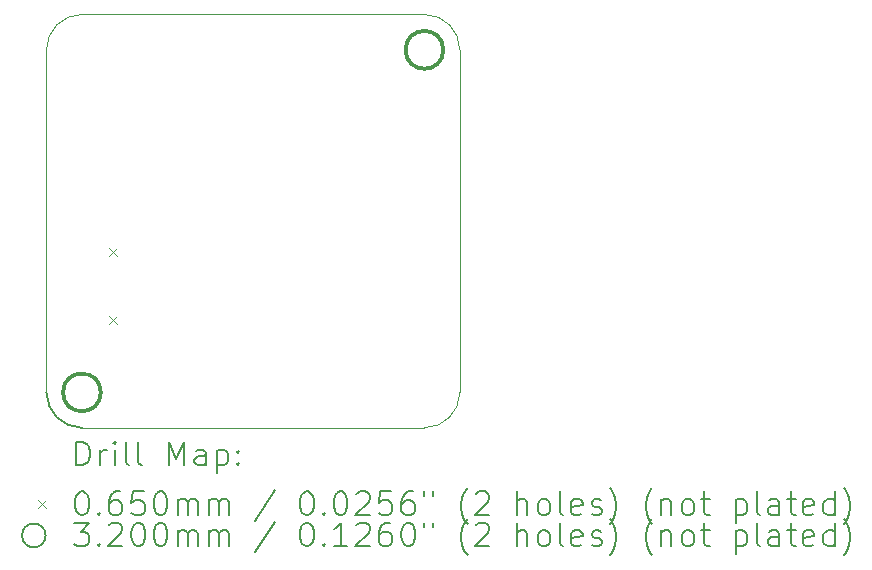
<source format=gbr>
%TF.GenerationSoftware,KiCad,Pcbnew,7.0.7*%
%TF.CreationDate,2024-03-04T03:02:10-08:00*%
%TF.ProjectId,can_magnetic_angle_sensor,63616e5f-6d61-4676-9e65-7469635f616e,rev?*%
%TF.SameCoordinates,Original*%
%TF.FileFunction,Drillmap*%
%TF.FilePolarity,Positive*%
%FSLAX45Y45*%
G04 Gerber Fmt 4.5, Leading zero omitted, Abs format (unit mm)*
G04 Created by KiCad (PCBNEW 7.0.7) date 2024-03-04 03:02:10*
%MOMM*%
%LPD*%
G01*
G04 APERTURE LIST*
%ADD10C,0.100000*%
%ADD11C,0.150000*%
%ADD12C,0.200000*%
%ADD13C,0.065000*%
%ADD14C,0.320000*%
G04 APERTURE END LIST*
D10*
X5500000Y-2300000D02*
X5500000Y-5200000D01*
X5200000Y-5500000D02*
G75*
G03*
X5500000Y-5200000I0J300000D01*
G01*
X2000000Y-2300000D02*
X2000000Y-5200000D01*
X2300000Y-2000000D02*
G75*
G03*
X2000000Y-2300000I0J-300000D01*
G01*
D11*
X2000000Y-5200000D02*
G75*
G03*
X2300000Y-5500000I300000J0D01*
G01*
D10*
X5500000Y-2300000D02*
G75*
G03*
X5200000Y-2000000I-300000J0D01*
G01*
X5200000Y-5500000D02*
X2300000Y-5500000D01*
X5200000Y-2000000D02*
X2300000Y-2000000D01*
D12*
D13*
X2528000Y-3978500D02*
X2593000Y-4043500D01*
X2593000Y-3978500D02*
X2528000Y-4043500D01*
X2528000Y-4556500D02*
X2593000Y-4621500D01*
X2593000Y-4556500D02*
X2528000Y-4621500D01*
D14*
X2460000Y-5200000D02*
G75*
G03*
X2460000Y-5200000I-160000J0D01*
G01*
X5360000Y-2300000D02*
G75*
G03*
X5360000Y-2300000I-160000J0D01*
G01*
D12*
X2253277Y-5818984D02*
X2253277Y-5618984D01*
X2253277Y-5618984D02*
X2300896Y-5618984D01*
X2300896Y-5618984D02*
X2329467Y-5628508D01*
X2329467Y-5628508D02*
X2348515Y-5647555D01*
X2348515Y-5647555D02*
X2358039Y-5666603D01*
X2358039Y-5666603D02*
X2367563Y-5704698D01*
X2367563Y-5704698D02*
X2367563Y-5733269D01*
X2367563Y-5733269D02*
X2358039Y-5771365D01*
X2358039Y-5771365D02*
X2348515Y-5790412D01*
X2348515Y-5790412D02*
X2329467Y-5809460D01*
X2329467Y-5809460D02*
X2300896Y-5818984D01*
X2300896Y-5818984D02*
X2253277Y-5818984D01*
X2453277Y-5818984D02*
X2453277Y-5685650D01*
X2453277Y-5723746D02*
X2462801Y-5704698D01*
X2462801Y-5704698D02*
X2472324Y-5695174D01*
X2472324Y-5695174D02*
X2491372Y-5685650D01*
X2491372Y-5685650D02*
X2510420Y-5685650D01*
X2577086Y-5818984D02*
X2577086Y-5685650D01*
X2577086Y-5618984D02*
X2567563Y-5628508D01*
X2567563Y-5628508D02*
X2577086Y-5638031D01*
X2577086Y-5638031D02*
X2586610Y-5628508D01*
X2586610Y-5628508D02*
X2577086Y-5618984D01*
X2577086Y-5618984D02*
X2577086Y-5638031D01*
X2700896Y-5818984D02*
X2681848Y-5809460D01*
X2681848Y-5809460D02*
X2672324Y-5790412D01*
X2672324Y-5790412D02*
X2672324Y-5618984D01*
X2805658Y-5818984D02*
X2786610Y-5809460D01*
X2786610Y-5809460D02*
X2777086Y-5790412D01*
X2777086Y-5790412D02*
X2777086Y-5618984D01*
X3034229Y-5818984D02*
X3034229Y-5618984D01*
X3034229Y-5618984D02*
X3100896Y-5761841D01*
X3100896Y-5761841D02*
X3167562Y-5618984D01*
X3167562Y-5618984D02*
X3167562Y-5818984D01*
X3348515Y-5818984D02*
X3348515Y-5714222D01*
X3348515Y-5714222D02*
X3338991Y-5695174D01*
X3338991Y-5695174D02*
X3319943Y-5685650D01*
X3319943Y-5685650D02*
X3281848Y-5685650D01*
X3281848Y-5685650D02*
X3262801Y-5695174D01*
X3348515Y-5809460D02*
X3329467Y-5818984D01*
X3329467Y-5818984D02*
X3281848Y-5818984D01*
X3281848Y-5818984D02*
X3262801Y-5809460D01*
X3262801Y-5809460D02*
X3253277Y-5790412D01*
X3253277Y-5790412D02*
X3253277Y-5771365D01*
X3253277Y-5771365D02*
X3262801Y-5752317D01*
X3262801Y-5752317D02*
X3281848Y-5742793D01*
X3281848Y-5742793D02*
X3329467Y-5742793D01*
X3329467Y-5742793D02*
X3348515Y-5733269D01*
X3443753Y-5685650D02*
X3443753Y-5885650D01*
X3443753Y-5695174D02*
X3462801Y-5685650D01*
X3462801Y-5685650D02*
X3500896Y-5685650D01*
X3500896Y-5685650D02*
X3519943Y-5695174D01*
X3519943Y-5695174D02*
X3529467Y-5704698D01*
X3529467Y-5704698D02*
X3538991Y-5723746D01*
X3538991Y-5723746D02*
X3538991Y-5780888D01*
X3538991Y-5780888D02*
X3529467Y-5799936D01*
X3529467Y-5799936D02*
X3519943Y-5809460D01*
X3519943Y-5809460D02*
X3500896Y-5818984D01*
X3500896Y-5818984D02*
X3462801Y-5818984D01*
X3462801Y-5818984D02*
X3443753Y-5809460D01*
X3624705Y-5799936D02*
X3634229Y-5809460D01*
X3634229Y-5809460D02*
X3624705Y-5818984D01*
X3624705Y-5818984D02*
X3615182Y-5809460D01*
X3615182Y-5809460D02*
X3624705Y-5799936D01*
X3624705Y-5799936D02*
X3624705Y-5818984D01*
X3624705Y-5695174D02*
X3634229Y-5704698D01*
X3634229Y-5704698D02*
X3624705Y-5714222D01*
X3624705Y-5714222D02*
X3615182Y-5704698D01*
X3615182Y-5704698D02*
X3624705Y-5695174D01*
X3624705Y-5695174D02*
X3624705Y-5714222D01*
D13*
X1927500Y-6115000D02*
X1992500Y-6180000D01*
X1992500Y-6115000D02*
X1927500Y-6180000D01*
D12*
X2291372Y-6038984D02*
X2310420Y-6038984D01*
X2310420Y-6038984D02*
X2329467Y-6048508D01*
X2329467Y-6048508D02*
X2338991Y-6058031D01*
X2338991Y-6058031D02*
X2348515Y-6077079D01*
X2348515Y-6077079D02*
X2358039Y-6115174D01*
X2358039Y-6115174D02*
X2358039Y-6162793D01*
X2358039Y-6162793D02*
X2348515Y-6200888D01*
X2348515Y-6200888D02*
X2338991Y-6219936D01*
X2338991Y-6219936D02*
X2329467Y-6229460D01*
X2329467Y-6229460D02*
X2310420Y-6238984D01*
X2310420Y-6238984D02*
X2291372Y-6238984D01*
X2291372Y-6238984D02*
X2272324Y-6229460D01*
X2272324Y-6229460D02*
X2262801Y-6219936D01*
X2262801Y-6219936D02*
X2253277Y-6200888D01*
X2253277Y-6200888D02*
X2243753Y-6162793D01*
X2243753Y-6162793D02*
X2243753Y-6115174D01*
X2243753Y-6115174D02*
X2253277Y-6077079D01*
X2253277Y-6077079D02*
X2262801Y-6058031D01*
X2262801Y-6058031D02*
X2272324Y-6048508D01*
X2272324Y-6048508D02*
X2291372Y-6038984D01*
X2443753Y-6219936D02*
X2453277Y-6229460D01*
X2453277Y-6229460D02*
X2443753Y-6238984D01*
X2443753Y-6238984D02*
X2434229Y-6229460D01*
X2434229Y-6229460D02*
X2443753Y-6219936D01*
X2443753Y-6219936D02*
X2443753Y-6238984D01*
X2624705Y-6038984D02*
X2586610Y-6038984D01*
X2586610Y-6038984D02*
X2567563Y-6048508D01*
X2567563Y-6048508D02*
X2558039Y-6058031D01*
X2558039Y-6058031D02*
X2538991Y-6086603D01*
X2538991Y-6086603D02*
X2529467Y-6124698D01*
X2529467Y-6124698D02*
X2529467Y-6200888D01*
X2529467Y-6200888D02*
X2538991Y-6219936D01*
X2538991Y-6219936D02*
X2548515Y-6229460D01*
X2548515Y-6229460D02*
X2567563Y-6238984D01*
X2567563Y-6238984D02*
X2605658Y-6238984D01*
X2605658Y-6238984D02*
X2624705Y-6229460D01*
X2624705Y-6229460D02*
X2634229Y-6219936D01*
X2634229Y-6219936D02*
X2643753Y-6200888D01*
X2643753Y-6200888D02*
X2643753Y-6153269D01*
X2643753Y-6153269D02*
X2634229Y-6134222D01*
X2634229Y-6134222D02*
X2624705Y-6124698D01*
X2624705Y-6124698D02*
X2605658Y-6115174D01*
X2605658Y-6115174D02*
X2567563Y-6115174D01*
X2567563Y-6115174D02*
X2548515Y-6124698D01*
X2548515Y-6124698D02*
X2538991Y-6134222D01*
X2538991Y-6134222D02*
X2529467Y-6153269D01*
X2824705Y-6038984D02*
X2729467Y-6038984D01*
X2729467Y-6038984D02*
X2719944Y-6134222D01*
X2719944Y-6134222D02*
X2729467Y-6124698D01*
X2729467Y-6124698D02*
X2748515Y-6115174D01*
X2748515Y-6115174D02*
X2796134Y-6115174D01*
X2796134Y-6115174D02*
X2815182Y-6124698D01*
X2815182Y-6124698D02*
X2824705Y-6134222D01*
X2824705Y-6134222D02*
X2834229Y-6153269D01*
X2834229Y-6153269D02*
X2834229Y-6200888D01*
X2834229Y-6200888D02*
X2824705Y-6219936D01*
X2824705Y-6219936D02*
X2815182Y-6229460D01*
X2815182Y-6229460D02*
X2796134Y-6238984D01*
X2796134Y-6238984D02*
X2748515Y-6238984D01*
X2748515Y-6238984D02*
X2729467Y-6229460D01*
X2729467Y-6229460D02*
X2719944Y-6219936D01*
X2958039Y-6038984D02*
X2977086Y-6038984D01*
X2977086Y-6038984D02*
X2996134Y-6048508D01*
X2996134Y-6048508D02*
X3005658Y-6058031D01*
X3005658Y-6058031D02*
X3015182Y-6077079D01*
X3015182Y-6077079D02*
X3024705Y-6115174D01*
X3024705Y-6115174D02*
X3024705Y-6162793D01*
X3024705Y-6162793D02*
X3015182Y-6200888D01*
X3015182Y-6200888D02*
X3005658Y-6219936D01*
X3005658Y-6219936D02*
X2996134Y-6229460D01*
X2996134Y-6229460D02*
X2977086Y-6238984D01*
X2977086Y-6238984D02*
X2958039Y-6238984D01*
X2958039Y-6238984D02*
X2938991Y-6229460D01*
X2938991Y-6229460D02*
X2929467Y-6219936D01*
X2929467Y-6219936D02*
X2919943Y-6200888D01*
X2919943Y-6200888D02*
X2910420Y-6162793D01*
X2910420Y-6162793D02*
X2910420Y-6115174D01*
X2910420Y-6115174D02*
X2919943Y-6077079D01*
X2919943Y-6077079D02*
X2929467Y-6058031D01*
X2929467Y-6058031D02*
X2938991Y-6048508D01*
X2938991Y-6048508D02*
X2958039Y-6038984D01*
X3110420Y-6238984D02*
X3110420Y-6105650D01*
X3110420Y-6124698D02*
X3119943Y-6115174D01*
X3119943Y-6115174D02*
X3138991Y-6105650D01*
X3138991Y-6105650D02*
X3167563Y-6105650D01*
X3167563Y-6105650D02*
X3186610Y-6115174D01*
X3186610Y-6115174D02*
X3196134Y-6134222D01*
X3196134Y-6134222D02*
X3196134Y-6238984D01*
X3196134Y-6134222D02*
X3205658Y-6115174D01*
X3205658Y-6115174D02*
X3224705Y-6105650D01*
X3224705Y-6105650D02*
X3253277Y-6105650D01*
X3253277Y-6105650D02*
X3272324Y-6115174D01*
X3272324Y-6115174D02*
X3281848Y-6134222D01*
X3281848Y-6134222D02*
X3281848Y-6238984D01*
X3377086Y-6238984D02*
X3377086Y-6105650D01*
X3377086Y-6124698D02*
X3386610Y-6115174D01*
X3386610Y-6115174D02*
X3405658Y-6105650D01*
X3405658Y-6105650D02*
X3434229Y-6105650D01*
X3434229Y-6105650D02*
X3453277Y-6115174D01*
X3453277Y-6115174D02*
X3462801Y-6134222D01*
X3462801Y-6134222D02*
X3462801Y-6238984D01*
X3462801Y-6134222D02*
X3472324Y-6115174D01*
X3472324Y-6115174D02*
X3491372Y-6105650D01*
X3491372Y-6105650D02*
X3519943Y-6105650D01*
X3519943Y-6105650D02*
X3538991Y-6115174D01*
X3538991Y-6115174D02*
X3548515Y-6134222D01*
X3548515Y-6134222D02*
X3548515Y-6238984D01*
X3938991Y-6029460D02*
X3767563Y-6286603D01*
X4196134Y-6038984D02*
X4215182Y-6038984D01*
X4215182Y-6038984D02*
X4234229Y-6048508D01*
X4234229Y-6048508D02*
X4243753Y-6058031D01*
X4243753Y-6058031D02*
X4253277Y-6077079D01*
X4253277Y-6077079D02*
X4262801Y-6115174D01*
X4262801Y-6115174D02*
X4262801Y-6162793D01*
X4262801Y-6162793D02*
X4253277Y-6200888D01*
X4253277Y-6200888D02*
X4243753Y-6219936D01*
X4243753Y-6219936D02*
X4234229Y-6229460D01*
X4234229Y-6229460D02*
X4215182Y-6238984D01*
X4215182Y-6238984D02*
X4196134Y-6238984D01*
X4196134Y-6238984D02*
X4177086Y-6229460D01*
X4177086Y-6229460D02*
X4167563Y-6219936D01*
X4167563Y-6219936D02*
X4158039Y-6200888D01*
X4158039Y-6200888D02*
X4148515Y-6162793D01*
X4148515Y-6162793D02*
X4148515Y-6115174D01*
X4148515Y-6115174D02*
X4158039Y-6077079D01*
X4158039Y-6077079D02*
X4167563Y-6058031D01*
X4167563Y-6058031D02*
X4177086Y-6048508D01*
X4177086Y-6048508D02*
X4196134Y-6038984D01*
X4348515Y-6219936D02*
X4358039Y-6229460D01*
X4358039Y-6229460D02*
X4348515Y-6238984D01*
X4348515Y-6238984D02*
X4338991Y-6229460D01*
X4338991Y-6229460D02*
X4348515Y-6219936D01*
X4348515Y-6219936D02*
X4348515Y-6238984D01*
X4481848Y-6038984D02*
X4500896Y-6038984D01*
X4500896Y-6038984D02*
X4519944Y-6048508D01*
X4519944Y-6048508D02*
X4529468Y-6058031D01*
X4529468Y-6058031D02*
X4538991Y-6077079D01*
X4538991Y-6077079D02*
X4548515Y-6115174D01*
X4548515Y-6115174D02*
X4548515Y-6162793D01*
X4548515Y-6162793D02*
X4538991Y-6200888D01*
X4538991Y-6200888D02*
X4529468Y-6219936D01*
X4529468Y-6219936D02*
X4519944Y-6229460D01*
X4519944Y-6229460D02*
X4500896Y-6238984D01*
X4500896Y-6238984D02*
X4481848Y-6238984D01*
X4481848Y-6238984D02*
X4462801Y-6229460D01*
X4462801Y-6229460D02*
X4453277Y-6219936D01*
X4453277Y-6219936D02*
X4443753Y-6200888D01*
X4443753Y-6200888D02*
X4434229Y-6162793D01*
X4434229Y-6162793D02*
X4434229Y-6115174D01*
X4434229Y-6115174D02*
X4443753Y-6077079D01*
X4443753Y-6077079D02*
X4453277Y-6058031D01*
X4453277Y-6058031D02*
X4462801Y-6048508D01*
X4462801Y-6048508D02*
X4481848Y-6038984D01*
X4624706Y-6058031D02*
X4634229Y-6048508D01*
X4634229Y-6048508D02*
X4653277Y-6038984D01*
X4653277Y-6038984D02*
X4700896Y-6038984D01*
X4700896Y-6038984D02*
X4719944Y-6048508D01*
X4719944Y-6048508D02*
X4729468Y-6058031D01*
X4729468Y-6058031D02*
X4738991Y-6077079D01*
X4738991Y-6077079D02*
X4738991Y-6096127D01*
X4738991Y-6096127D02*
X4729468Y-6124698D01*
X4729468Y-6124698D02*
X4615182Y-6238984D01*
X4615182Y-6238984D02*
X4738991Y-6238984D01*
X4919944Y-6038984D02*
X4824706Y-6038984D01*
X4824706Y-6038984D02*
X4815182Y-6134222D01*
X4815182Y-6134222D02*
X4824706Y-6124698D01*
X4824706Y-6124698D02*
X4843753Y-6115174D01*
X4843753Y-6115174D02*
X4891372Y-6115174D01*
X4891372Y-6115174D02*
X4910420Y-6124698D01*
X4910420Y-6124698D02*
X4919944Y-6134222D01*
X4919944Y-6134222D02*
X4929468Y-6153269D01*
X4929468Y-6153269D02*
X4929468Y-6200888D01*
X4929468Y-6200888D02*
X4919944Y-6219936D01*
X4919944Y-6219936D02*
X4910420Y-6229460D01*
X4910420Y-6229460D02*
X4891372Y-6238984D01*
X4891372Y-6238984D02*
X4843753Y-6238984D01*
X4843753Y-6238984D02*
X4824706Y-6229460D01*
X4824706Y-6229460D02*
X4815182Y-6219936D01*
X5100896Y-6038984D02*
X5062801Y-6038984D01*
X5062801Y-6038984D02*
X5043753Y-6048508D01*
X5043753Y-6048508D02*
X5034229Y-6058031D01*
X5034229Y-6058031D02*
X5015182Y-6086603D01*
X5015182Y-6086603D02*
X5005658Y-6124698D01*
X5005658Y-6124698D02*
X5005658Y-6200888D01*
X5005658Y-6200888D02*
X5015182Y-6219936D01*
X5015182Y-6219936D02*
X5024706Y-6229460D01*
X5024706Y-6229460D02*
X5043753Y-6238984D01*
X5043753Y-6238984D02*
X5081849Y-6238984D01*
X5081849Y-6238984D02*
X5100896Y-6229460D01*
X5100896Y-6229460D02*
X5110420Y-6219936D01*
X5110420Y-6219936D02*
X5119944Y-6200888D01*
X5119944Y-6200888D02*
X5119944Y-6153269D01*
X5119944Y-6153269D02*
X5110420Y-6134222D01*
X5110420Y-6134222D02*
X5100896Y-6124698D01*
X5100896Y-6124698D02*
X5081849Y-6115174D01*
X5081849Y-6115174D02*
X5043753Y-6115174D01*
X5043753Y-6115174D02*
X5024706Y-6124698D01*
X5024706Y-6124698D02*
X5015182Y-6134222D01*
X5015182Y-6134222D02*
X5005658Y-6153269D01*
X5196134Y-6038984D02*
X5196134Y-6077079D01*
X5272325Y-6038984D02*
X5272325Y-6077079D01*
X5567563Y-6315174D02*
X5558039Y-6305650D01*
X5558039Y-6305650D02*
X5538991Y-6277079D01*
X5538991Y-6277079D02*
X5529468Y-6258031D01*
X5529468Y-6258031D02*
X5519944Y-6229460D01*
X5519944Y-6229460D02*
X5510420Y-6181841D01*
X5510420Y-6181841D02*
X5510420Y-6143746D01*
X5510420Y-6143746D02*
X5519944Y-6096127D01*
X5519944Y-6096127D02*
X5529468Y-6067555D01*
X5529468Y-6067555D02*
X5538991Y-6048508D01*
X5538991Y-6048508D02*
X5558039Y-6019936D01*
X5558039Y-6019936D02*
X5567563Y-6010412D01*
X5634229Y-6058031D02*
X5643753Y-6048508D01*
X5643753Y-6048508D02*
X5662801Y-6038984D01*
X5662801Y-6038984D02*
X5710420Y-6038984D01*
X5710420Y-6038984D02*
X5729468Y-6048508D01*
X5729468Y-6048508D02*
X5738991Y-6058031D01*
X5738991Y-6058031D02*
X5748515Y-6077079D01*
X5748515Y-6077079D02*
X5748515Y-6096127D01*
X5748515Y-6096127D02*
X5738991Y-6124698D01*
X5738991Y-6124698D02*
X5624706Y-6238984D01*
X5624706Y-6238984D02*
X5748515Y-6238984D01*
X5986610Y-6238984D02*
X5986610Y-6038984D01*
X6072325Y-6238984D02*
X6072325Y-6134222D01*
X6072325Y-6134222D02*
X6062801Y-6115174D01*
X6062801Y-6115174D02*
X6043753Y-6105650D01*
X6043753Y-6105650D02*
X6015182Y-6105650D01*
X6015182Y-6105650D02*
X5996134Y-6115174D01*
X5996134Y-6115174D02*
X5986610Y-6124698D01*
X6196134Y-6238984D02*
X6177087Y-6229460D01*
X6177087Y-6229460D02*
X6167563Y-6219936D01*
X6167563Y-6219936D02*
X6158039Y-6200888D01*
X6158039Y-6200888D02*
X6158039Y-6143746D01*
X6158039Y-6143746D02*
X6167563Y-6124698D01*
X6167563Y-6124698D02*
X6177087Y-6115174D01*
X6177087Y-6115174D02*
X6196134Y-6105650D01*
X6196134Y-6105650D02*
X6224706Y-6105650D01*
X6224706Y-6105650D02*
X6243753Y-6115174D01*
X6243753Y-6115174D02*
X6253277Y-6124698D01*
X6253277Y-6124698D02*
X6262801Y-6143746D01*
X6262801Y-6143746D02*
X6262801Y-6200888D01*
X6262801Y-6200888D02*
X6253277Y-6219936D01*
X6253277Y-6219936D02*
X6243753Y-6229460D01*
X6243753Y-6229460D02*
X6224706Y-6238984D01*
X6224706Y-6238984D02*
X6196134Y-6238984D01*
X6377087Y-6238984D02*
X6358039Y-6229460D01*
X6358039Y-6229460D02*
X6348515Y-6210412D01*
X6348515Y-6210412D02*
X6348515Y-6038984D01*
X6529468Y-6229460D02*
X6510420Y-6238984D01*
X6510420Y-6238984D02*
X6472325Y-6238984D01*
X6472325Y-6238984D02*
X6453277Y-6229460D01*
X6453277Y-6229460D02*
X6443753Y-6210412D01*
X6443753Y-6210412D02*
X6443753Y-6134222D01*
X6443753Y-6134222D02*
X6453277Y-6115174D01*
X6453277Y-6115174D02*
X6472325Y-6105650D01*
X6472325Y-6105650D02*
X6510420Y-6105650D01*
X6510420Y-6105650D02*
X6529468Y-6115174D01*
X6529468Y-6115174D02*
X6538991Y-6134222D01*
X6538991Y-6134222D02*
X6538991Y-6153269D01*
X6538991Y-6153269D02*
X6443753Y-6172317D01*
X6615182Y-6229460D02*
X6634230Y-6238984D01*
X6634230Y-6238984D02*
X6672325Y-6238984D01*
X6672325Y-6238984D02*
X6691372Y-6229460D01*
X6691372Y-6229460D02*
X6700896Y-6210412D01*
X6700896Y-6210412D02*
X6700896Y-6200888D01*
X6700896Y-6200888D02*
X6691372Y-6181841D01*
X6691372Y-6181841D02*
X6672325Y-6172317D01*
X6672325Y-6172317D02*
X6643753Y-6172317D01*
X6643753Y-6172317D02*
X6624706Y-6162793D01*
X6624706Y-6162793D02*
X6615182Y-6143746D01*
X6615182Y-6143746D02*
X6615182Y-6134222D01*
X6615182Y-6134222D02*
X6624706Y-6115174D01*
X6624706Y-6115174D02*
X6643753Y-6105650D01*
X6643753Y-6105650D02*
X6672325Y-6105650D01*
X6672325Y-6105650D02*
X6691372Y-6115174D01*
X6767563Y-6315174D02*
X6777087Y-6305650D01*
X6777087Y-6305650D02*
X6796134Y-6277079D01*
X6796134Y-6277079D02*
X6805658Y-6258031D01*
X6805658Y-6258031D02*
X6815182Y-6229460D01*
X6815182Y-6229460D02*
X6824706Y-6181841D01*
X6824706Y-6181841D02*
X6824706Y-6143746D01*
X6824706Y-6143746D02*
X6815182Y-6096127D01*
X6815182Y-6096127D02*
X6805658Y-6067555D01*
X6805658Y-6067555D02*
X6796134Y-6048508D01*
X6796134Y-6048508D02*
X6777087Y-6019936D01*
X6777087Y-6019936D02*
X6767563Y-6010412D01*
X7129468Y-6315174D02*
X7119944Y-6305650D01*
X7119944Y-6305650D02*
X7100896Y-6277079D01*
X7100896Y-6277079D02*
X7091372Y-6258031D01*
X7091372Y-6258031D02*
X7081849Y-6229460D01*
X7081849Y-6229460D02*
X7072325Y-6181841D01*
X7072325Y-6181841D02*
X7072325Y-6143746D01*
X7072325Y-6143746D02*
X7081849Y-6096127D01*
X7081849Y-6096127D02*
X7091372Y-6067555D01*
X7091372Y-6067555D02*
X7100896Y-6048508D01*
X7100896Y-6048508D02*
X7119944Y-6019936D01*
X7119944Y-6019936D02*
X7129468Y-6010412D01*
X7205658Y-6105650D02*
X7205658Y-6238984D01*
X7205658Y-6124698D02*
X7215182Y-6115174D01*
X7215182Y-6115174D02*
X7234230Y-6105650D01*
X7234230Y-6105650D02*
X7262801Y-6105650D01*
X7262801Y-6105650D02*
X7281849Y-6115174D01*
X7281849Y-6115174D02*
X7291372Y-6134222D01*
X7291372Y-6134222D02*
X7291372Y-6238984D01*
X7415182Y-6238984D02*
X7396134Y-6229460D01*
X7396134Y-6229460D02*
X7386611Y-6219936D01*
X7386611Y-6219936D02*
X7377087Y-6200888D01*
X7377087Y-6200888D02*
X7377087Y-6143746D01*
X7377087Y-6143746D02*
X7386611Y-6124698D01*
X7386611Y-6124698D02*
X7396134Y-6115174D01*
X7396134Y-6115174D02*
X7415182Y-6105650D01*
X7415182Y-6105650D02*
X7443753Y-6105650D01*
X7443753Y-6105650D02*
X7462801Y-6115174D01*
X7462801Y-6115174D02*
X7472325Y-6124698D01*
X7472325Y-6124698D02*
X7481849Y-6143746D01*
X7481849Y-6143746D02*
X7481849Y-6200888D01*
X7481849Y-6200888D02*
X7472325Y-6219936D01*
X7472325Y-6219936D02*
X7462801Y-6229460D01*
X7462801Y-6229460D02*
X7443753Y-6238984D01*
X7443753Y-6238984D02*
X7415182Y-6238984D01*
X7538992Y-6105650D02*
X7615182Y-6105650D01*
X7567563Y-6038984D02*
X7567563Y-6210412D01*
X7567563Y-6210412D02*
X7577087Y-6229460D01*
X7577087Y-6229460D02*
X7596134Y-6238984D01*
X7596134Y-6238984D02*
X7615182Y-6238984D01*
X7834230Y-6105650D02*
X7834230Y-6305650D01*
X7834230Y-6115174D02*
X7853277Y-6105650D01*
X7853277Y-6105650D02*
X7891373Y-6105650D01*
X7891373Y-6105650D02*
X7910420Y-6115174D01*
X7910420Y-6115174D02*
X7919944Y-6124698D01*
X7919944Y-6124698D02*
X7929468Y-6143746D01*
X7929468Y-6143746D02*
X7929468Y-6200888D01*
X7929468Y-6200888D02*
X7919944Y-6219936D01*
X7919944Y-6219936D02*
X7910420Y-6229460D01*
X7910420Y-6229460D02*
X7891373Y-6238984D01*
X7891373Y-6238984D02*
X7853277Y-6238984D01*
X7853277Y-6238984D02*
X7834230Y-6229460D01*
X8043753Y-6238984D02*
X8024706Y-6229460D01*
X8024706Y-6229460D02*
X8015182Y-6210412D01*
X8015182Y-6210412D02*
X8015182Y-6038984D01*
X8205658Y-6238984D02*
X8205658Y-6134222D01*
X8205658Y-6134222D02*
X8196134Y-6115174D01*
X8196134Y-6115174D02*
X8177087Y-6105650D01*
X8177087Y-6105650D02*
X8138992Y-6105650D01*
X8138992Y-6105650D02*
X8119944Y-6115174D01*
X8205658Y-6229460D02*
X8186611Y-6238984D01*
X8186611Y-6238984D02*
X8138992Y-6238984D01*
X8138992Y-6238984D02*
X8119944Y-6229460D01*
X8119944Y-6229460D02*
X8110420Y-6210412D01*
X8110420Y-6210412D02*
X8110420Y-6191365D01*
X8110420Y-6191365D02*
X8119944Y-6172317D01*
X8119944Y-6172317D02*
X8138992Y-6162793D01*
X8138992Y-6162793D02*
X8186611Y-6162793D01*
X8186611Y-6162793D02*
X8205658Y-6153269D01*
X8272325Y-6105650D02*
X8348515Y-6105650D01*
X8300896Y-6038984D02*
X8300896Y-6210412D01*
X8300896Y-6210412D02*
X8310420Y-6229460D01*
X8310420Y-6229460D02*
X8329468Y-6238984D01*
X8329468Y-6238984D02*
X8348515Y-6238984D01*
X8491373Y-6229460D02*
X8472325Y-6238984D01*
X8472325Y-6238984D02*
X8434230Y-6238984D01*
X8434230Y-6238984D02*
X8415182Y-6229460D01*
X8415182Y-6229460D02*
X8405658Y-6210412D01*
X8405658Y-6210412D02*
X8405658Y-6134222D01*
X8405658Y-6134222D02*
X8415182Y-6115174D01*
X8415182Y-6115174D02*
X8434230Y-6105650D01*
X8434230Y-6105650D02*
X8472325Y-6105650D01*
X8472325Y-6105650D02*
X8491373Y-6115174D01*
X8491373Y-6115174D02*
X8500896Y-6134222D01*
X8500896Y-6134222D02*
X8500896Y-6153269D01*
X8500896Y-6153269D02*
X8405658Y-6172317D01*
X8672325Y-6238984D02*
X8672325Y-6038984D01*
X8672325Y-6229460D02*
X8653277Y-6238984D01*
X8653277Y-6238984D02*
X8615182Y-6238984D01*
X8615182Y-6238984D02*
X8596135Y-6229460D01*
X8596135Y-6229460D02*
X8586611Y-6219936D01*
X8586611Y-6219936D02*
X8577087Y-6200888D01*
X8577087Y-6200888D02*
X8577087Y-6143746D01*
X8577087Y-6143746D02*
X8586611Y-6124698D01*
X8586611Y-6124698D02*
X8596135Y-6115174D01*
X8596135Y-6115174D02*
X8615182Y-6105650D01*
X8615182Y-6105650D02*
X8653277Y-6105650D01*
X8653277Y-6105650D02*
X8672325Y-6115174D01*
X8748516Y-6315174D02*
X8758039Y-6305650D01*
X8758039Y-6305650D02*
X8777087Y-6277079D01*
X8777087Y-6277079D02*
X8786611Y-6258031D01*
X8786611Y-6258031D02*
X8796135Y-6229460D01*
X8796135Y-6229460D02*
X8805658Y-6181841D01*
X8805658Y-6181841D02*
X8805658Y-6143746D01*
X8805658Y-6143746D02*
X8796135Y-6096127D01*
X8796135Y-6096127D02*
X8786611Y-6067555D01*
X8786611Y-6067555D02*
X8777087Y-6048508D01*
X8777087Y-6048508D02*
X8758039Y-6019936D01*
X8758039Y-6019936D02*
X8748516Y-6010412D01*
X1992500Y-6411500D02*
G75*
G03*
X1992500Y-6411500I-100000J0D01*
G01*
X2234229Y-6302984D02*
X2358039Y-6302984D01*
X2358039Y-6302984D02*
X2291372Y-6379174D01*
X2291372Y-6379174D02*
X2319944Y-6379174D01*
X2319944Y-6379174D02*
X2338991Y-6388698D01*
X2338991Y-6388698D02*
X2348515Y-6398222D01*
X2348515Y-6398222D02*
X2358039Y-6417269D01*
X2358039Y-6417269D02*
X2358039Y-6464888D01*
X2358039Y-6464888D02*
X2348515Y-6483936D01*
X2348515Y-6483936D02*
X2338991Y-6493460D01*
X2338991Y-6493460D02*
X2319944Y-6502984D01*
X2319944Y-6502984D02*
X2262801Y-6502984D01*
X2262801Y-6502984D02*
X2243753Y-6493460D01*
X2243753Y-6493460D02*
X2234229Y-6483936D01*
X2443753Y-6483936D02*
X2453277Y-6493460D01*
X2453277Y-6493460D02*
X2443753Y-6502984D01*
X2443753Y-6502984D02*
X2434229Y-6493460D01*
X2434229Y-6493460D02*
X2443753Y-6483936D01*
X2443753Y-6483936D02*
X2443753Y-6502984D01*
X2529467Y-6322031D02*
X2538991Y-6312508D01*
X2538991Y-6312508D02*
X2558039Y-6302984D01*
X2558039Y-6302984D02*
X2605658Y-6302984D01*
X2605658Y-6302984D02*
X2624705Y-6312508D01*
X2624705Y-6312508D02*
X2634229Y-6322031D01*
X2634229Y-6322031D02*
X2643753Y-6341079D01*
X2643753Y-6341079D02*
X2643753Y-6360127D01*
X2643753Y-6360127D02*
X2634229Y-6388698D01*
X2634229Y-6388698D02*
X2519944Y-6502984D01*
X2519944Y-6502984D02*
X2643753Y-6502984D01*
X2767563Y-6302984D02*
X2786610Y-6302984D01*
X2786610Y-6302984D02*
X2805658Y-6312508D01*
X2805658Y-6312508D02*
X2815182Y-6322031D01*
X2815182Y-6322031D02*
X2824705Y-6341079D01*
X2824705Y-6341079D02*
X2834229Y-6379174D01*
X2834229Y-6379174D02*
X2834229Y-6426793D01*
X2834229Y-6426793D02*
X2824705Y-6464888D01*
X2824705Y-6464888D02*
X2815182Y-6483936D01*
X2815182Y-6483936D02*
X2805658Y-6493460D01*
X2805658Y-6493460D02*
X2786610Y-6502984D01*
X2786610Y-6502984D02*
X2767563Y-6502984D01*
X2767563Y-6502984D02*
X2748515Y-6493460D01*
X2748515Y-6493460D02*
X2738991Y-6483936D01*
X2738991Y-6483936D02*
X2729467Y-6464888D01*
X2729467Y-6464888D02*
X2719944Y-6426793D01*
X2719944Y-6426793D02*
X2719944Y-6379174D01*
X2719944Y-6379174D02*
X2729467Y-6341079D01*
X2729467Y-6341079D02*
X2738991Y-6322031D01*
X2738991Y-6322031D02*
X2748515Y-6312508D01*
X2748515Y-6312508D02*
X2767563Y-6302984D01*
X2958039Y-6302984D02*
X2977086Y-6302984D01*
X2977086Y-6302984D02*
X2996134Y-6312508D01*
X2996134Y-6312508D02*
X3005658Y-6322031D01*
X3005658Y-6322031D02*
X3015182Y-6341079D01*
X3015182Y-6341079D02*
X3024705Y-6379174D01*
X3024705Y-6379174D02*
X3024705Y-6426793D01*
X3024705Y-6426793D02*
X3015182Y-6464888D01*
X3015182Y-6464888D02*
X3005658Y-6483936D01*
X3005658Y-6483936D02*
X2996134Y-6493460D01*
X2996134Y-6493460D02*
X2977086Y-6502984D01*
X2977086Y-6502984D02*
X2958039Y-6502984D01*
X2958039Y-6502984D02*
X2938991Y-6493460D01*
X2938991Y-6493460D02*
X2929467Y-6483936D01*
X2929467Y-6483936D02*
X2919943Y-6464888D01*
X2919943Y-6464888D02*
X2910420Y-6426793D01*
X2910420Y-6426793D02*
X2910420Y-6379174D01*
X2910420Y-6379174D02*
X2919943Y-6341079D01*
X2919943Y-6341079D02*
X2929467Y-6322031D01*
X2929467Y-6322031D02*
X2938991Y-6312508D01*
X2938991Y-6312508D02*
X2958039Y-6302984D01*
X3110420Y-6502984D02*
X3110420Y-6369650D01*
X3110420Y-6388698D02*
X3119943Y-6379174D01*
X3119943Y-6379174D02*
X3138991Y-6369650D01*
X3138991Y-6369650D02*
X3167563Y-6369650D01*
X3167563Y-6369650D02*
X3186610Y-6379174D01*
X3186610Y-6379174D02*
X3196134Y-6398222D01*
X3196134Y-6398222D02*
X3196134Y-6502984D01*
X3196134Y-6398222D02*
X3205658Y-6379174D01*
X3205658Y-6379174D02*
X3224705Y-6369650D01*
X3224705Y-6369650D02*
X3253277Y-6369650D01*
X3253277Y-6369650D02*
X3272324Y-6379174D01*
X3272324Y-6379174D02*
X3281848Y-6398222D01*
X3281848Y-6398222D02*
X3281848Y-6502984D01*
X3377086Y-6502984D02*
X3377086Y-6369650D01*
X3377086Y-6388698D02*
X3386610Y-6379174D01*
X3386610Y-6379174D02*
X3405658Y-6369650D01*
X3405658Y-6369650D02*
X3434229Y-6369650D01*
X3434229Y-6369650D02*
X3453277Y-6379174D01*
X3453277Y-6379174D02*
X3462801Y-6398222D01*
X3462801Y-6398222D02*
X3462801Y-6502984D01*
X3462801Y-6398222D02*
X3472324Y-6379174D01*
X3472324Y-6379174D02*
X3491372Y-6369650D01*
X3491372Y-6369650D02*
X3519943Y-6369650D01*
X3519943Y-6369650D02*
X3538991Y-6379174D01*
X3538991Y-6379174D02*
X3548515Y-6398222D01*
X3548515Y-6398222D02*
X3548515Y-6502984D01*
X3938991Y-6293460D02*
X3767563Y-6550603D01*
X4196134Y-6302984D02*
X4215182Y-6302984D01*
X4215182Y-6302984D02*
X4234229Y-6312508D01*
X4234229Y-6312508D02*
X4243753Y-6322031D01*
X4243753Y-6322031D02*
X4253277Y-6341079D01*
X4253277Y-6341079D02*
X4262801Y-6379174D01*
X4262801Y-6379174D02*
X4262801Y-6426793D01*
X4262801Y-6426793D02*
X4253277Y-6464888D01*
X4253277Y-6464888D02*
X4243753Y-6483936D01*
X4243753Y-6483936D02*
X4234229Y-6493460D01*
X4234229Y-6493460D02*
X4215182Y-6502984D01*
X4215182Y-6502984D02*
X4196134Y-6502984D01*
X4196134Y-6502984D02*
X4177086Y-6493460D01*
X4177086Y-6493460D02*
X4167563Y-6483936D01*
X4167563Y-6483936D02*
X4158039Y-6464888D01*
X4158039Y-6464888D02*
X4148515Y-6426793D01*
X4148515Y-6426793D02*
X4148515Y-6379174D01*
X4148515Y-6379174D02*
X4158039Y-6341079D01*
X4158039Y-6341079D02*
X4167563Y-6322031D01*
X4167563Y-6322031D02*
X4177086Y-6312508D01*
X4177086Y-6312508D02*
X4196134Y-6302984D01*
X4348515Y-6483936D02*
X4358039Y-6493460D01*
X4358039Y-6493460D02*
X4348515Y-6502984D01*
X4348515Y-6502984D02*
X4338991Y-6493460D01*
X4338991Y-6493460D02*
X4348515Y-6483936D01*
X4348515Y-6483936D02*
X4348515Y-6502984D01*
X4548515Y-6502984D02*
X4434229Y-6502984D01*
X4491372Y-6502984D02*
X4491372Y-6302984D01*
X4491372Y-6302984D02*
X4472325Y-6331555D01*
X4472325Y-6331555D02*
X4453277Y-6350603D01*
X4453277Y-6350603D02*
X4434229Y-6360127D01*
X4624706Y-6322031D02*
X4634229Y-6312508D01*
X4634229Y-6312508D02*
X4653277Y-6302984D01*
X4653277Y-6302984D02*
X4700896Y-6302984D01*
X4700896Y-6302984D02*
X4719944Y-6312508D01*
X4719944Y-6312508D02*
X4729468Y-6322031D01*
X4729468Y-6322031D02*
X4738991Y-6341079D01*
X4738991Y-6341079D02*
X4738991Y-6360127D01*
X4738991Y-6360127D02*
X4729468Y-6388698D01*
X4729468Y-6388698D02*
X4615182Y-6502984D01*
X4615182Y-6502984D02*
X4738991Y-6502984D01*
X4910420Y-6302984D02*
X4872325Y-6302984D01*
X4872325Y-6302984D02*
X4853277Y-6312508D01*
X4853277Y-6312508D02*
X4843753Y-6322031D01*
X4843753Y-6322031D02*
X4824706Y-6350603D01*
X4824706Y-6350603D02*
X4815182Y-6388698D01*
X4815182Y-6388698D02*
X4815182Y-6464888D01*
X4815182Y-6464888D02*
X4824706Y-6483936D01*
X4824706Y-6483936D02*
X4834229Y-6493460D01*
X4834229Y-6493460D02*
X4853277Y-6502984D01*
X4853277Y-6502984D02*
X4891372Y-6502984D01*
X4891372Y-6502984D02*
X4910420Y-6493460D01*
X4910420Y-6493460D02*
X4919944Y-6483936D01*
X4919944Y-6483936D02*
X4929468Y-6464888D01*
X4929468Y-6464888D02*
X4929468Y-6417269D01*
X4929468Y-6417269D02*
X4919944Y-6398222D01*
X4919944Y-6398222D02*
X4910420Y-6388698D01*
X4910420Y-6388698D02*
X4891372Y-6379174D01*
X4891372Y-6379174D02*
X4853277Y-6379174D01*
X4853277Y-6379174D02*
X4834229Y-6388698D01*
X4834229Y-6388698D02*
X4824706Y-6398222D01*
X4824706Y-6398222D02*
X4815182Y-6417269D01*
X5053277Y-6302984D02*
X5072325Y-6302984D01*
X5072325Y-6302984D02*
X5091372Y-6312508D01*
X5091372Y-6312508D02*
X5100896Y-6322031D01*
X5100896Y-6322031D02*
X5110420Y-6341079D01*
X5110420Y-6341079D02*
X5119944Y-6379174D01*
X5119944Y-6379174D02*
X5119944Y-6426793D01*
X5119944Y-6426793D02*
X5110420Y-6464888D01*
X5110420Y-6464888D02*
X5100896Y-6483936D01*
X5100896Y-6483936D02*
X5091372Y-6493460D01*
X5091372Y-6493460D02*
X5072325Y-6502984D01*
X5072325Y-6502984D02*
X5053277Y-6502984D01*
X5053277Y-6502984D02*
X5034229Y-6493460D01*
X5034229Y-6493460D02*
X5024706Y-6483936D01*
X5024706Y-6483936D02*
X5015182Y-6464888D01*
X5015182Y-6464888D02*
X5005658Y-6426793D01*
X5005658Y-6426793D02*
X5005658Y-6379174D01*
X5005658Y-6379174D02*
X5015182Y-6341079D01*
X5015182Y-6341079D02*
X5024706Y-6322031D01*
X5024706Y-6322031D02*
X5034229Y-6312508D01*
X5034229Y-6312508D02*
X5053277Y-6302984D01*
X5196134Y-6302984D02*
X5196134Y-6341079D01*
X5272325Y-6302984D02*
X5272325Y-6341079D01*
X5567563Y-6579174D02*
X5558039Y-6569650D01*
X5558039Y-6569650D02*
X5538991Y-6541079D01*
X5538991Y-6541079D02*
X5529468Y-6522031D01*
X5529468Y-6522031D02*
X5519944Y-6493460D01*
X5519944Y-6493460D02*
X5510420Y-6445841D01*
X5510420Y-6445841D02*
X5510420Y-6407746D01*
X5510420Y-6407746D02*
X5519944Y-6360127D01*
X5519944Y-6360127D02*
X5529468Y-6331555D01*
X5529468Y-6331555D02*
X5538991Y-6312508D01*
X5538991Y-6312508D02*
X5558039Y-6283936D01*
X5558039Y-6283936D02*
X5567563Y-6274412D01*
X5634229Y-6322031D02*
X5643753Y-6312508D01*
X5643753Y-6312508D02*
X5662801Y-6302984D01*
X5662801Y-6302984D02*
X5710420Y-6302984D01*
X5710420Y-6302984D02*
X5729468Y-6312508D01*
X5729468Y-6312508D02*
X5738991Y-6322031D01*
X5738991Y-6322031D02*
X5748515Y-6341079D01*
X5748515Y-6341079D02*
X5748515Y-6360127D01*
X5748515Y-6360127D02*
X5738991Y-6388698D01*
X5738991Y-6388698D02*
X5624706Y-6502984D01*
X5624706Y-6502984D02*
X5748515Y-6502984D01*
X5986610Y-6502984D02*
X5986610Y-6302984D01*
X6072325Y-6502984D02*
X6072325Y-6398222D01*
X6072325Y-6398222D02*
X6062801Y-6379174D01*
X6062801Y-6379174D02*
X6043753Y-6369650D01*
X6043753Y-6369650D02*
X6015182Y-6369650D01*
X6015182Y-6369650D02*
X5996134Y-6379174D01*
X5996134Y-6379174D02*
X5986610Y-6388698D01*
X6196134Y-6502984D02*
X6177087Y-6493460D01*
X6177087Y-6493460D02*
X6167563Y-6483936D01*
X6167563Y-6483936D02*
X6158039Y-6464888D01*
X6158039Y-6464888D02*
X6158039Y-6407746D01*
X6158039Y-6407746D02*
X6167563Y-6388698D01*
X6167563Y-6388698D02*
X6177087Y-6379174D01*
X6177087Y-6379174D02*
X6196134Y-6369650D01*
X6196134Y-6369650D02*
X6224706Y-6369650D01*
X6224706Y-6369650D02*
X6243753Y-6379174D01*
X6243753Y-6379174D02*
X6253277Y-6388698D01*
X6253277Y-6388698D02*
X6262801Y-6407746D01*
X6262801Y-6407746D02*
X6262801Y-6464888D01*
X6262801Y-6464888D02*
X6253277Y-6483936D01*
X6253277Y-6483936D02*
X6243753Y-6493460D01*
X6243753Y-6493460D02*
X6224706Y-6502984D01*
X6224706Y-6502984D02*
X6196134Y-6502984D01*
X6377087Y-6502984D02*
X6358039Y-6493460D01*
X6358039Y-6493460D02*
X6348515Y-6474412D01*
X6348515Y-6474412D02*
X6348515Y-6302984D01*
X6529468Y-6493460D02*
X6510420Y-6502984D01*
X6510420Y-6502984D02*
X6472325Y-6502984D01*
X6472325Y-6502984D02*
X6453277Y-6493460D01*
X6453277Y-6493460D02*
X6443753Y-6474412D01*
X6443753Y-6474412D02*
X6443753Y-6398222D01*
X6443753Y-6398222D02*
X6453277Y-6379174D01*
X6453277Y-6379174D02*
X6472325Y-6369650D01*
X6472325Y-6369650D02*
X6510420Y-6369650D01*
X6510420Y-6369650D02*
X6529468Y-6379174D01*
X6529468Y-6379174D02*
X6538991Y-6398222D01*
X6538991Y-6398222D02*
X6538991Y-6417269D01*
X6538991Y-6417269D02*
X6443753Y-6436317D01*
X6615182Y-6493460D02*
X6634230Y-6502984D01*
X6634230Y-6502984D02*
X6672325Y-6502984D01*
X6672325Y-6502984D02*
X6691372Y-6493460D01*
X6691372Y-6493460D02*
X6700896Y-6474412D01*
X6700896Y-6474412D02*
X6700896Y-6464888D01*
X6700896Y-6464888D02*
X6691372Y-6445841D01*
X6691372Y-6445841D02*
X6672325Y-6436317D01*
X6672325Y-6436317D02*
X6643753Y-6436317D01*
X6643753Y-6436317D02*
X6624706Y-6426793D01*
X6624706Y-6426793D02*
X6615182Y-6407746D01*
X6615182Y-6407746D02*
X6615182Y-6398222D01*
X6615182Y-6398222D02*
X6624706Y-6379174D01*
X6624706Y-6379174D02*
X6643753Y-6369650D01*
X6643753Y-6369650D02*
X6672325Y-6369650D01*
X6672325Y-6369650D02*
X6691372Y-6379174D01*
X6767563Y-6579174D02*
X6777087Y-6569650D01*
X6777087Y-6569650D02*
X6796134Y-6541079D01*
X6796134Y-6541079D02*
X6805658Y-6522031D01*
X6805658Y-6522031D02*
X6815182Y-6493460D01*
X6815182Y-6493460D02*
X6824706Y-6445841D01*
X6824706Y-6445841D02*
X6824706Y-6407746D01*
X6824706Y-6407746D02*
X6815182Y-6360127D01*
X6815182Y-6360127D02*
X6805658Y-6331555D01*
X6805658Y-6331555D02*
X6796134Y-6312508D01*
X6796134Y-6312508D02*
X6777087Y-6283936D01*
X6777087Y-6283936D02*
X6767563Y-6274412D01*
X7129468Y-6579174D02*
X7119944Y-6569650D01*
X7119944Y-6569650D02*
X7100896Y-6541079D01*
X7100896Y-6541079D02*
X7091372Y-6522031D01*
X7091372Y-6522031D02*
X7081849Y-6493460D01*
X7081849Y-6493460D02*
X7072325Y-6445841D01*
X7072325Y-6445841D02*
X7072325Y-6407746D01*
X7072325Y-6407746D02*
X7081849Y-6360127D01*
X7081849Y-6360127D02*
X7091372Y-6331555D01*
X7091372Y-6331555D02*
X7100896Y-6312508D01*
X7100896Y-6312508D02*
X7119944Y-6283936D01*
X7119944Y-6283936D02*
X7129468Y-6274412D01*
X7205658Y-6369650D02*
X7205658Y-6502984D01*
X7205658Y-6388698D02*
X7215182Y-6379174D01*
X7215182Y-6379174D02*
X7234230Y-6369650D01*
X7234230Y-6369650D02*
X7262801Y-6369650D01*
X7262801Y-6369650D02*
X7281849Y-6379174D01*
X7281849Y-6379174D02*
X7291372Y-6398222D01*
X7291372Y-6398222D02*
X7291372Y-6502984D01*
X7415182Y-6502984D02*
X7396134Y-6493460D01*
X7396134Y-6493460D02*
X7386611Y-6483936D01*
X7386611Y-6483936D02*
X7377087Y-6464888D01*
X7377087Y-6464888D02*
X7377087Y-6407746D01*
X7377087Y-6407746D02*
X7386611Y-6388698D01*
X7386611Y-6388698D02*
X7396134Y-6379174D01*
X7396134Y-6379174D02*
X7415182Y-6369650D01*
X7415182Y-6369650D02*
X7443753Y-6369650D01*
X7443753Y-6369650D02*
X7462801Y-6379174D01*
X7462801Y-6379174D02*
X7472325Y-6388698D01*
X7472325Y-6388698D02*
X7481849Y-6407746D01*
X7481849Y-6407746D02*
X7481849Y-6464888D01*
X7481849Y-6464888D02*
X7472325Y-6483936D01*
X7472325Y-6483936D02*
X7462801Y-6493460D01*
X7462801Y-6493460D02*
X7443753Y-6502984D01*
X7443753Y-6502984D02*
X7415182Y-6502984D01*
X7538992Y-6369650D02*
X7615182Y-6369650D01*
X7567563Y-6302984D02*
X7567563Y-6474412D01*
X7567563Y-6474412D02*
X7577087Y-6493460D01*
X7577087Y-6493460D02*
X7596134Y-6502984D01*
X7596134Y-6502984D02*
X7615182Y-6502984D01*
X7834230Y-6369650D02*
X7834230Y-6569650D01*
X7834230Y-6379174D02*
X7853277Y-6369650D01*
X7853277Y-6369650D02*
X7891373Y-6369650D01*
X7891373Y-6369650D02*
X7910420Y-6379174D01*
X7910420Y-6379174D02*
X7919944Y-6388698D01*
X7919944Y-6388698D02*
X7929468Y-6407746D01*
X7929468Y-6407746D02*
X7929468Y-6464888D01*
X7929468Y-6464888D02*
X7919944Y-6483936D01*
X7919944Y-6483936D02*
X7910420Y-6493460D01*
X7910420Y-6493460D02*
X7891373Y-6502984D01*
X7891373Y-6502984D02*
X7853277Y-6502984D01*
X7853277Y-6502984D02*
X7834230Y-6493460D01*
X8043753Y-6502984D02*
X8024706Y-6493460D01*
X8024706Y-6493460D02*
X8015182Y-6474412D01*
X8015182Y-6474412D02*
X8015182Y-6302984D01*
X8205658Y-6502984D02*
X8205658Y-6398222D01*
X8205658Y-6398222D02*
X8196134Y-6379174D01*
X8196134Y-6379174D02*
X8177087Y-6369650D01*
X8177087Y-6369650D02*
X8138992Y-6369650D01*
X8138992Y-6369650D02*
X8119944Y-6379174D01*
X8205658Y-6493460D02*
X8186611Y-6502984D01*
X8186611Y-6502984D02*
X8138992Y-6502984D01*
X8138992Y-6502984D02*
X8119944Y-6493460D01*
X8119944Y-6493460D02*
X8110420Y-6474412D01*
X8110420Y-6474412D02*
X8110420Y-6455365D01*
X8110420Y-6455365D02*
X8119944Y-6436317D01*
X8119944Y-6436317D02*
X8138992Y-6426793D01*
X8138992Y-6426793D02*
X8186611Y-6426793D01*
X8186611Y-6426793D02*
X8205658Y-6417269D01*
X8272325Y-6369650D02*
X8348515Y-6369650D01*
X8300896Y-6302984D02*
X8300896Y-6474412D01*
X8300896Y-6474412D02*
X8310420Y-6493460D01*
X8310420Y-6493460D02*
X8329468Y-6502984D01*
X8329468Y-6502984D02*
X8348515Y-6502984D01*
X8491373Y-6493460D02*
X8472325Y-6502984D01*
X8472325Y-6502984D02*
X8434230Y-6502984D01*
X8434230Y-6502984D02*
X8415182Y-6493460D01*
X8415182Y-6493460D02*
X8405658Y-6474412D01*
X8405658Y-6474412D02*
X8405658Y-6398222D01*
X8405658Y-6398222D02*
X8415182Y-6379174D01*
X8415182Y-6379174D02*
X8434230Y-6369650D01*
X8434230Y-6369650D02*
X8472325Y-6369650D01*
X8472325Y-6369650D02*
X8491373Y-6379174D01*
X8491373Y-6379174D02*
X8500896Y-6398222D01*
X8500896Y-6398222D02*
X8500896Y-6417269D01*
X8500896Y-6417269D02*
X8405658Y-6436317D01*
X8672325Y-6502984D02*
X8672325Y-6302984D01*
X8672325Y-6493460D02*
X8653277Y-6502984D01*
X8653277Y-6502984D02*
X8615182Y-6502984D01*
X8615182Y-6502984D02*
X8596135Y-6493460D01*
X8596135Y-6493460D02*
X8586611Y-6483936D01*
X8586611Y-6483936D02*
X8577087Y-6464888D01*
X8577087Y-6464888D02*
X8577087Y-6407746D01*
X8577087Y-6407746D02*
X8586611Y-6388698D01*
X8586611Y-6388698D02*
X8596135Y-6379174D01*
X8596135Y-6379174D02*
X8615182Y-6369650D01*
X8615182Y-6369650D02*
X8653277Y-6369650D01*
X8653277Y-6369650D02*
X8672325Y-6379174D01*
X8748516Y-6579174D02*
X8758039Y-6569650D01*
X8758039Y-6569650D02*
X8777087Y-6541079D01*
X8777087Y-6541079D02*
X8786611Y-6522031D01*
X8786611Y-6522031D02*
X8796135Y-6493460D01*
X8796135Y-6493460D02*
X8805658Y-6445841D01*
X8805658Y-6445841D02*
X8805658Y-6407746D01*
X8805658Y-6407746D02*
X8796135Y-6360127D01*
X8796135Y-6360127D02*
X8786611Y-6331555D01*
X8786611Y-6331555D02*
X8777087Y-6312508D01*
X8777087Y-6312508D02*
X8758039Y-6283936D01*
X8758039Y-6283936D02*
X8748516Y-6274412D01*
M02*

</source>
